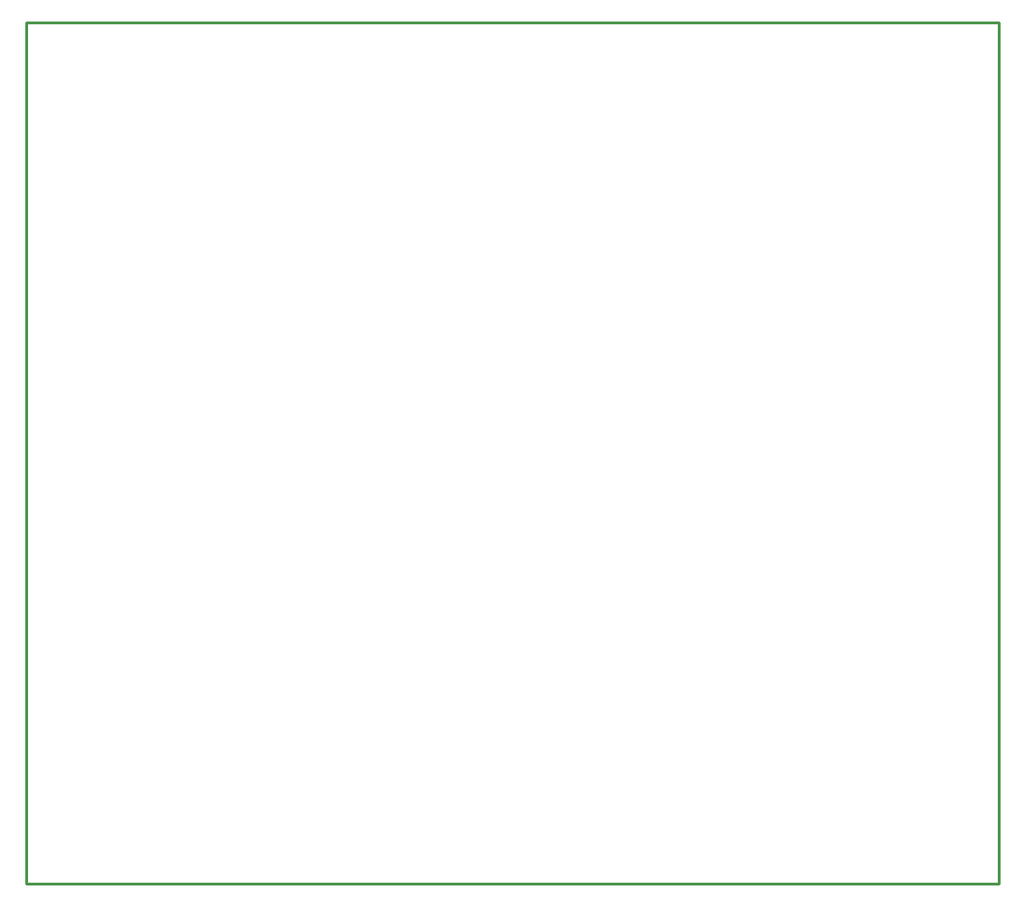
<source format=gko>
G04*
G04 #@! TF.GenerationSoftware,Altium Limited,Altium Designer,22.10.1 (41)*
G04*
G04 Layer_Color=16711935*
%FSLAX25Y25*%
%MOIN*%
G70*
G04*
G04 #@! TF.SameCoordinates,29EE3482-A75D-48CA-8BFF-185FBC0ED275*
G04*
G04*
G04 #@! TF.FilePolarity,Positive*
G04*
G01*
G75*
%ADD12C,0.01000*%
D12*
X0Y0D02*
X346457D01*
X0Y307087D02*
X346457D01*
Y0D02*
Y307087D01*
X0Y0D02*
Y307087D01*
M02*

</source>
